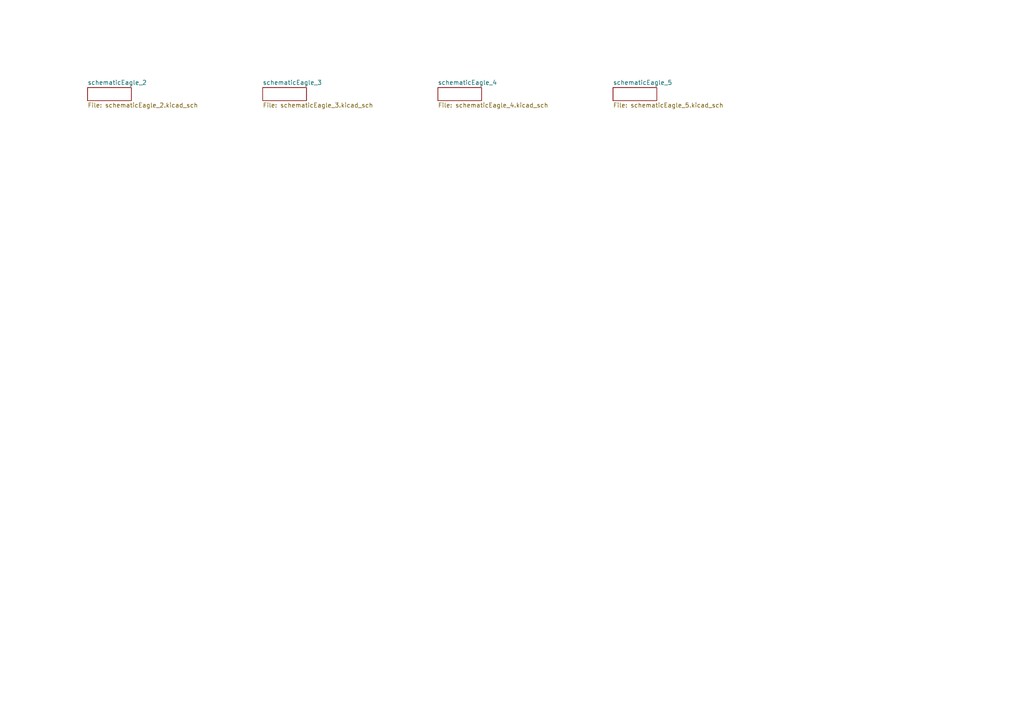
<source format=kicad_sch>
(kicad_sch (version 20211123) (generator eeschema)
  (paper "A4")
  (lib_symbols)
  (sheet (at 177.8 25.4) (size 12.7 3.81)
    (property "Sheet name" "schematicEagle_5" (at 177.8 24.6884 0) (effects (justify left bottom)))
    (property "Sheet file" "schematicEagle_5.kicad_sch" (at 177.8 29.7946 0) (effects (justify left top)))
  )
  (sheet (at 76.2 25.4) (size 12.7 3.81)
    (property "Sheet name" "schematicEagle_3" (at 76.2 24.6884 0) (effects (justify left bottom)))
    (property "Sheet file" "schematicEagle_3.kicad_sch" (at 76.2 29.7946 0) (effects (justify left top)))
  )
  (sheet (at 127 25.4) (size 12.7 3.81)
    (property "Sheet name" "schematicEagle_4" (at 127 24.6884 0) (effects (justify left bottom)))
    (property "Sheet file" "schematicEagle_4.kicad_sch" (at 127 29.7946 0) (effects (justify left top)))
  )
  (sheet (at 25.4 25.4) (size 12.7 3.81)
    (property "Sheet name" "schematicEagle_2" (at 25.4 24.6884 0) (effects (justify left bottom)))
    (property "Sheet file" "schematicEagle_2.kicad_sch" (at 25.4 29.7946 0) (effects (justify left top)))
  )
)
</source>
